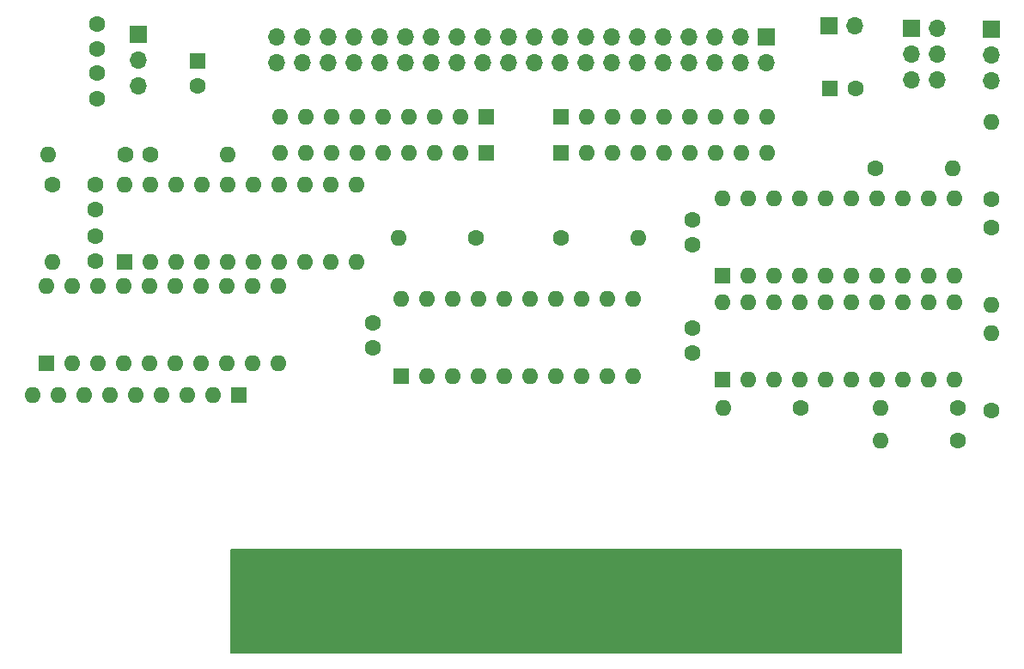
<source format=gbr>
%TF.GenerationSoftware,KiCad,Pcbnew,7.0.7*%
%TF.CreationDate,2023-11-09T10:03:36+00:00*%
%TF.ProjectId,MSX_FPGA_Hat,4d53585f-4650-4474-915f-4861742e6b69,1.5*%
%TF.SameCoordinates,Original*%
%TF.FileFunction,Soldermask,Bot*%
%TF.FilePolarity,Negative*%
%FSLAX46Y46*%
G04 Gerber Fmt 4.6, Leading zero omitted, Abs format (unit mm)*
G04 Created by KiCad (PCBNEW 7.0.7) date 2023-11-09 10:03:36*
%MOMM*%
%LPD*%
G01*
G04 APERTURE LIST*
%ADD10C,0.150000*%
%ADD11C,1.600000*%
%ADD12R,1.600000X1.600000*%
%ADD13O,1.600000X1.600000*%
%ADD14R,1.700000X1.700000*%
%ADD15O,1.700000X1.700000*%
%ADD16R,1.500000X8.000000*%
G04 APERTURE END LIST*
D10*
X140970000Y-86360000D02*
X74930000Y-86360000D01*
X74930000Y-76200000D01*
X140970000Y-76200000D01*
X140970000Y-86360000D01*
G36*
X140970000Y-86360000D02*
G01*
X74930000Y-86360000D01*
X74930000Y-76200000D01*
X140970000Y-76200000D01*
X140970000Y-86360000D01*
G37*
D11*
%TO.C,C1*%
X61505859Y-45328812D03*
X61505859Y-47828812D03*
%TD*%
%TO.C,C7*%
X61722000Y-26904000D03*
X61722000Y-24404000D03*
%TD*%
D12*
%TO.C,U3*%
X91699000Y-59172000D03*
D13*
X94239000Y-59172000D03*
X96779000Y-59172000D03*
X99319000Y-59172000D03*
X101859000Y-59172000D03*
X104399000Y-59172000D03*
X106939000Y-59172000D03*
X109479000Y-59172000D03*
X112019000Y-59172000D03*
X114559000Y-59172000D03*
X114559000Y-51552000D03*
X112019000Y-51552000D03*
X109479000Y-51552000D03*
X106939000Y-51552000D03*
X104399000Y-51552000D03*
X101859000Y-51552000D03*
X99319000Y-51552000D03*
X96779000Y-51552000D03*
X94239000Y-51552000D03*
X91699000Y-51552000D03*
%TD*%
D14*
%TO.C,J5*%
X65786000Y-25400000D03*
D15*
X65786000Y-27940000D03*
X65786000Y-30480000D03*
%TD*%
D11*
%TO.C,R7*%
X146558000Y-62230000D03*
D13*
X138938000Y-62230000D03*
%TD*%
D11*
%TO.C,C2*%
X61562447Y-42735930D03*
X61562447Y-40235930D03*
%TD*%
D12*
%TO.C,C9*%
X133945621Y-30734000D03*
D11*
X136445621Y-30734000D03*
%TD*%
D14*
%TO.C,SW1*%
X133878000Y-24613000D03*
D15*
X136418000Y-24613000D03*
%TD*%
D14*
%TO.C,IDC1*%
X127632000Y-25706000D03*
D15*
X127632000Y-28246000D03*
X125092000Y-25706000D03*
X125092000Y-28246000D03*
X122552000Y-25706000D03*
X122552000Y-28246000D03*
X120012000Y-25706000D03*
X120012000Y-28246000D03*
X117472000Y-25706000D03*
X117472000Y-28246000D03*
X114932000Y-25706000D03*
X114932000Y-28246000D03*
X112392000Y-25706000D03*
X112392000Y-28246000D03*
X109852000Y-25706000D03*
X109852000Y-28246000D03*
X107312000Y-25706000D03*
X107312000Y-28246000D03*
X104772000Y-25706000D03*
X104772000Y-28246000D03*
X102232000Y-25706000D03*
X102232000Y-28246000D03*
X99692000Y-25706000D03*
X99692000Y-28246000D03*
X97152000Y-25706000D03*
X97152000Y-28246000D03*
X94612000Y-25706000D03*
X94612000Y-28246000D03*
X92072000Y-25706000D03*
X92072000Y-28246000D03*
X89532000Y-25706000D03*
X89532000Y-28246000D03*
X86992000Y-25706000D03*
X86992000Y-28246000D03*
X84452000Y-25706000D03*
X84452000Y-28246000D03*
X81912000Y-25706000D03*
X81912000Y-28246000D03*
X79372000Y-25706000D03*
X79372000Y-28246000D03*
%TD*%
D11*
%TO.C,C5*%
X120396000Y-46188000D03*
X120396000Y-43688000D03*
%TD*%
%TO.C,R4*%
X99060000Y-45466000D03*
D13*
X91440000Y-45466000D03*
%TD*%
D16*
%TO.C,CONN1*%
X138382025Y-81007202D03*
X135842025Y-81007202D03*
X133302025Y-81007202D03*
X130762025Y-81007202D03*
X128222025Y-81007202D03*
X125682025Y-81007202D03*
X123142025Y-81007202D03*
X120602025Y-81007202D03*
X118062025Y-81007202D03*
X115522025Y-81007202D03*
X112982025Y-81007202D03*
X110442025Y-81007202D03*
X107902025Y-81007202D03*
X105362025Y-81007202D03*
X102822025Y-81007202D03*
X100282025Y-81007202D03*
X97742025Y-81007202D03*
X95202025Y-81007202D03*
X92662025Y-81007202D03*
X90122025Y-81007202D03*
X87582025Y-81007202D03*
X85042025Y-81007202D03*
X82502025Y-81007202D03*
X79962025Y-81007202D03*
X77422025Y-81007202D03*
%TD*%
D11*
%TO.C,D1*%
X149860000Y-62484000D03*
D13*
X149860000Y-54864000D03*
%TD*%
D11*
%TO.C,R3*%
X131052000Y-62280630D03*
D13*
X123432000Y-62280630D03*
%TD*%
D12*
%TO.C,RN5*%
X75661725Y-61017219D03*
D13*
X73121725Y-61017219D03*
X70581725Y-61017219D03*
X68041725Y-61017219D03*
X65501725Y-61017219D03*
X62961725Y-61017219D03*
X60421725Y-61017219D03*
X57881725Y-61017219D03*
X55341725Y-61017219D03*
%TD*%
D12*
%TO.C,RN4*%
X107427000Y-33528000D03*
D13*
X109967000Y-33528000D03*
X112507000Y-33528000D03*
X115047000Y-33528000D03*
X117587000Y-33528000D03*
X120127000Y-33528000D03*
X122667000Y-33528000D03*
X125207000Y-33528000D03*
X127747000Y-33528000D03*
%TD*%
D12*
%TO.C,U5*%
X123360000Y-49226000D03*
D13*
X125900000Y-49226000D03*
X128440000Y-49226000D03*
X130980000Y-49226000D03*
X133520000Y-49226000D03*
X136060000Y-49226000D03*
X138600000Y-49226000D03*
X141140000Y-49226000D03*
X143680000Y-49226000D03*
X146220000Y-49226000D03*
X146220000Y-41606000D03*
X143680000Y-41606000D03*
X141140000Y-41606000D03*
X138600000Y-41606000D03*
X136060000Y-41606000D03*
X133520000Y-41606000D03*
X130980000Y-41606000D03*
X128440000Y-41606000D03*
X125900000Y-41606000D03*
X123360000Y-41606000D03*
%TD*%
D12*
%TO.C,RN1*%
X100076000Y-37084000D03*
D13*
X97536000Y-37084000D03*
X94996000Y-37084000D03*
X92456000Y-37084000D03*
X89916000Y-37084000D03*
X87376000Y-37084000D03*
X84836000Y-37084000D03*
X82296000Y-37084000D03*
X79756000Y-37084000D03*
%TD*%
D11*
%TO.C,R8*%
X146558000Y-65501812D03*
D13*
X138938000Y-65501812D03*
%TD*%
D11*
%TO.C,R5*%
X107442000Y-45466000D03*
D13*
X115062000Y-45466000D03*
%TD*%
D11*
%TO.C,C3*%
X88900000Y-56368000D03*
X88900000Y-53868000D03*
%TD*%
%TO.C,D2*%
X149860000Y-41656000D03*
D13*
X149860000Y-34036000D03*
%TD*%
D12*
%TO.C,RN2*%
X100091000Y-33528000D03*
D13*
X97551000Y-33528000D03*
X95011000Y-33528000D03*
X92471000Y-33528000D03*
X89931000Y-33528000D03*
X87391000Y-33528000D03*
X84851000Y-33528000D03*
X82311000Y-33528000D03*
X79771000Y-33528000D03*
%TD*%
D11*
%TO.C,R2*%
X57335866Y-40224562D03*
D13*
X57335866Y-47844562D03*
%TD*%
D12*
%TO.C,U1*%
X56748709Y-57897829D03*
D13*
X59288709Y-57897829D03*
X61828709Y-57897829D03*
X64368709Y-57897829D03*
X66908709Y-57897829D03*
X69448709Y-57897829D03*
X71988709Y-57897829D03*
X74528709Y-57897829D03*
X77068709Y-57897829D03*
X79608709Y-57897829D03*
X79608709Y-50277829D03*
X77068709Y-50277829D03*
X74528709Y-50277829D03*
X71988709Y-50277829D03*
X69448709Y-50277829D03*
X66908709Y-50277829D03*
X64368709Y-50277829D03*
X61828709Y-50277829D03*
X59288709Y-50277829D03*
X56748709Y-50277829D03*
%TD*%
D12*
%TO.C,C8*%
X71628000Y-28027621D03*
D11*
X71628000Y-30527621D03*
%TD*%
%TO.C,R6*%
X66933441Y-37333077D03*
D13*
X74553441Y-37333077D03*
%TD*%
D11*
%TO.C,C6*%
X61722000Y-31750000D03*
X61722000Y-29250000D03*
%TD*%
D12*
%TO.C,U2*%
X64380328Y-47885400D03*
D13*
X66920328Y-47885400D03*
X69460328Y-47885400D03*
X72000328Y-47885400D03*
X74540328Y-47885400D03*
X77080328Y-47885400D03*
X79620328Y-47885400D03*
X82160328Y-47885400D03*
X84700328Y-47885400D03*
X87240328Y-47885400D03*
X87240328Y-40265400D03*
X84700328Y-40265400D03*
X82160328Y-40265400D03*
X79620328Y-40265400D03*
X77080328Y-40265400D03*
X74540328Y-40265400D03*
X72000328Y-40265400D03*
X69460328Y-40265400D03*
X66920328Y-40265400D03*
X64380328Y-40265400D03*
%TD*%
D11*
%TO.C,R1*%
X64480620Y-37333077D03*
D13*
X56860620Y-37333077D03*
%TD*%
D11*
%TO.C,C4*%
X120396000Y-56876000D03*
X120396000Y-54376000D03*
%TD*%
D14*
%TO.C,J2*%
X149860000Y-24907000D03*
D15*
X149860000Y-27447000D03*
X149860000Y-29987000D03*
%TD*%
D14*
%TO.C,J1*%
X141986000Y-24887000D03*
D15*
X144526000Y-24887000D03*
X141986000Y-27427000D03*
X144526000Y-27427000D03*
X141986000Y-29967000D03*
X144526000Y-29967000D03*
%TD*%
D11*
%TO.C,R9*%
X149860000Y-44450000D03*
D13*
X149860000Y-52070000D03*
%TD*%
D12*
%TO.C,RN3*%
X107427000Y-37084000D03*
D13*
X109967000Y-37084000D03*
X112507000Y-37084000D03*
X115047000Y-37084000D03*
X117587000Y-37084000D03*
X120127000Y-37084000D03*
X122667000Y-37084000D03*
X125207000Y-37084000D03*
X127747000Y-37084000D03*
%TD*%
D11*
%TO.C,R10*%
X138430000Y-38608000D03*
D13*
X146050000Y-38608000D03*
%TD*%
D12*
%TO.C,U4*%
X123308514Y-59488874D03*
D13*
X125848514Y-59488874D03*
X128388514Y-59488874D03*
X130928514Y-59488874D03*
X133468514Y-59488874D03*
X136008514Y-59488874D03*
X138548514Y-59488874D03*
X141088514Y-59488874D03*
X143628514Y-59488874D03*
X146168514Y-59488874D03*
X146168514Y-51868874D03*
X143628514Y-51868874D03*
X141088514Y-51868874D03*
X138548514Y-51868874D03*
X136008514Y-51868874D03*
X133468514Y-51868874D03*
X130928514Y-51868874D03*
X128388514Y-51868874D03*
X125848514Y-51868874D03*
X123308514Y-51868874D03*
%TD*%
M02*

</source>
